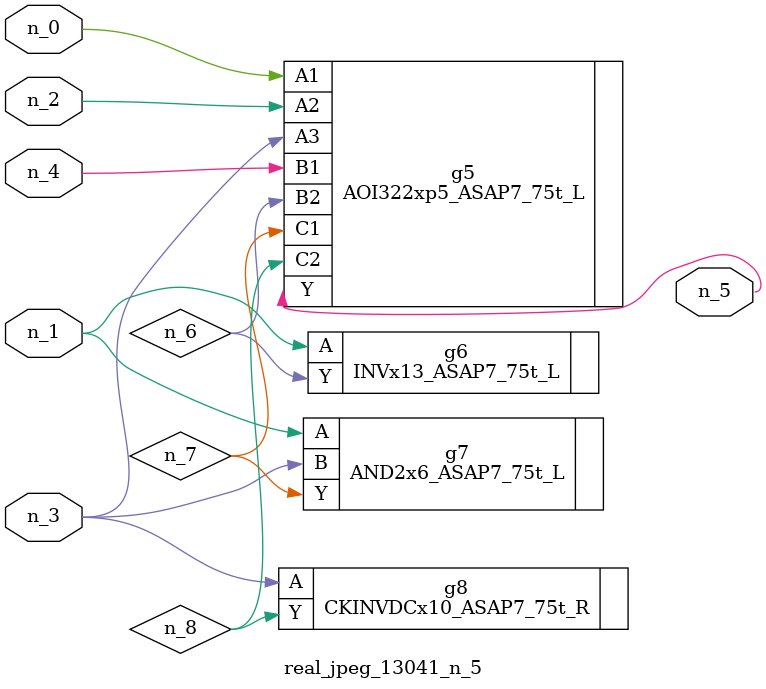
<source format=v>
module real_jpeg_13041_n_5 (n_4, n_0, n_1, n_2, n_3, n_5);

input n_4;
input n_0;
input n_1;
input n_2;
input n_3;

output n_5;

wire n_8;
wire n_6;
wire n_7;

AOI322xp5_ASAP7_75t_L g5 ( 
.A1(n_0),
.A2(n_2),
.A3(n_3),
.B1(n_4),
.B2(n_6),
.C1(n_7),
.C2(n_8),
.Y(n_5)
);

INVx13_ASAP7_75t_L g6 ( 
.A(n_1),
.Y(n_6)
);

AND2x6_ASAP7_75t_L g7 ( 
.A(n_1),
.B(n_3),
.Y(n_7)
);

CKINVDCx10_ASAP7_75t_R g8 ( 
.A(n_3),
.Y(n_8)
);


endmodule
</source>
